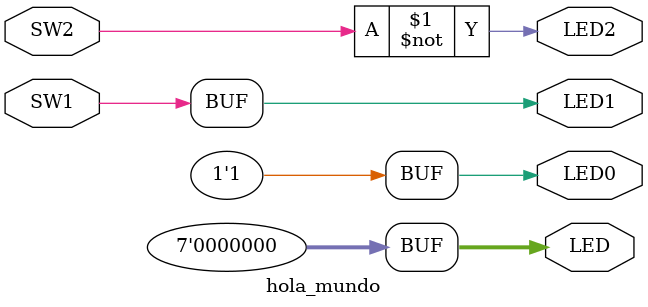
<source format=v>
module hola_mundo(
    input  wire SW1,
    input  wire SW2,
    output wire LED0,
    output wire  LED1,
    output wire  LED2,
	 output wire [9:3] LED
);

assign LED0 = 1'b1;
assign LED[9:3] = 7'b0000000;
assign LED1 = SW1;
assign LED2 = ~SW2;

endmodule
</source>
